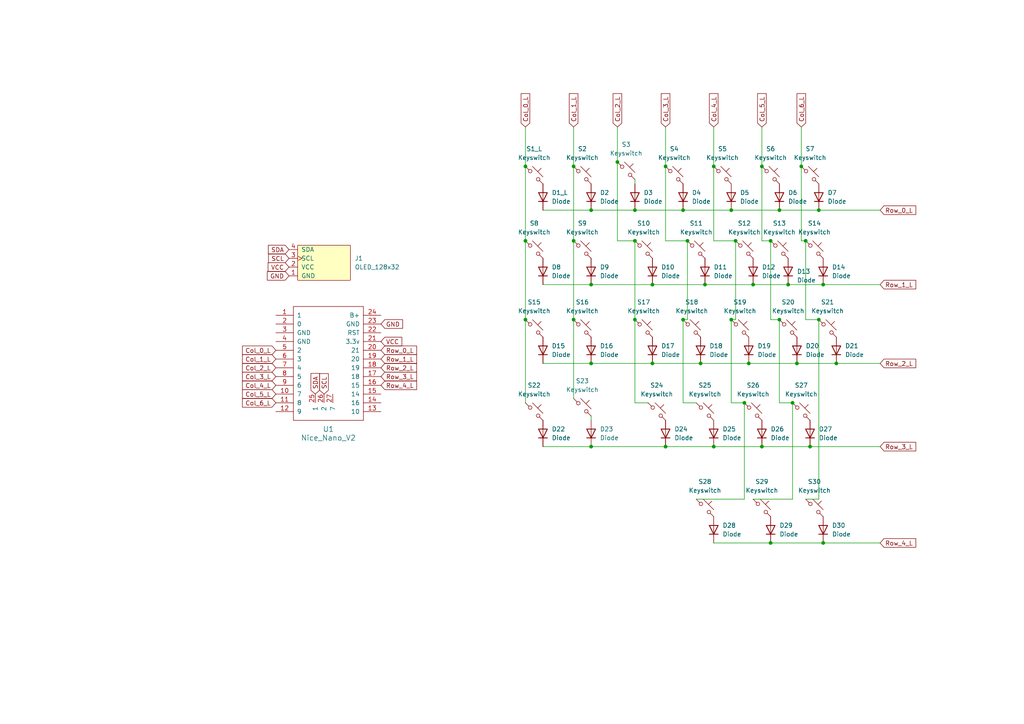
<source format=kicad_sch>
(kicad_sch (version 20250114) (generator "eeschema") (generator_version "9.0")
  (paper "A4")
  (lib_symbols
    (symbol "ScottoKeebs:MCU_Nice_Nano_V2" (pin_names (offset 1.016))
      (property "Reference" "U" (at 0 0 0))
      (property "Value" "Nice_Nano_V2" (at 0 -19.05 0))
      (symbol "MCU_Nice_Nano_V2_0_1"
        (rectangle (start -10.16 16.51) (end 10.16 -16.51))
      )
      (symbol "MCU_Nice_Nano_V2_1_1"
        (pin input line (at -15.24 13.97 0) (length 5.08) (name "1") (number "1"))
        (pin input line (at -15.24 11.43 0) (length 5.08) (name "0") (number "2"))
        (pin input line (at -15.24 8.89 0) (length 5.08) (name "GND") (number "3"))
        (pin input line (at -15.24 6.35 0) (length 5.08) (name "GND") (number "4"))
        (pin input line (at -15.24 3.81 0) (length 5.08) (name "2") (number "5"))
        (pin input line (at -15.24 1.27 0) (length 5.08) (name "3") (number "6"))
        (pin input line (at -15.24 -1.27 0) (length 5.08) (name "4") (number "7"))
        (pin input line (at -15.24 -3.81 0) (length 5.08) (name "5") (number "8"))
        (pin input line (at -15.24 -6.35 0) (length 5.08) (name "6") (number "9"))
        (pin input line (at -15.24 -8.89 0) (length 5.08) (name "7") (number "10"))
        (pin input line (at -15.24 -11.43 0) (length 5.08) (name "8") (number "11"))
        (pin input line (at -15.24 -13.97 0) (length 5.08) (name "9") (number "12"))
        (pin input line (at -3.81 -8.89 270) (length 2.5) (name "1") (number "25"))
        (pin input line (at -1.27 -8.89 270) (length 2.5) (name "2") (number "26"))
        (pin input line (at 1.27 -8.89 270) (length 2.5) (name "7") (number "27"))
        (pin input line (at 15.24 13.97 180) (length 5.08) (name "B+") (number "24"))
        (pin input line (at 15.24 11.43 180) (length 5.08) (name "GND") (number "23"))
        (pin input line (at 15.24 8.89 180) (length 5.08) (name "RST") (number "22"))
        (pin input line (at 15.24 6.35 180) (length 5.08) (name "3.3v") (number "21"))
        (pin input line (at 15.24 3.81 180) (length 5.08) (name "21") (number "20"))
        (pin input line (at 15.24 1.27 180) (length 5.08) (name "20") (number "19"))
        (pin input line (at 15.24 -1.27 180) (length 5.08) (name "19") (number "18"))
        (pin input line (at 15.24 -3.81 180) (length 5.08) (name "18") (number "17"))
        (pin input line (at 15.24 -6.35 180) (length 5.08) (name "15") (number "16"))
        (pin input line (at 15.24 -8.89 180) (length 5.08) (name "14") (number "15"))
        (pin input line (at 15.24 -11.43 180) (length 5.08) (name "16") (number "14"))
        (pin input line (at 15.24 -13.97 180) (length 5.08) (name "10") (number "13"))
      )
    )
    (symbol "ScottoKeebs:OLED_128x32" (pin_names (offset 1.016))
      (property "Reference" "J" (at 0 -6.35 0))
      (property "Value" "OLED_128x32" (at 0 6.35 0))
      (symbol "OLED_128x32_0_1"
        (rectangle (start 0 5.08) (end 15.24 -5.08) (fill (type background)))
      )
      (symbol "OLED_128x32_1_1"
        (pin bidirectional line (at -2.54 3.81 0) (length 2.54) (name "SDA") (number "4"))
        (pin input clock (at -2.54 1.27 0) (length 2.54) (name "SCL") (number "3"))
        (pin power_in line (at -2.54 -1.27 0) (length 2.54) (name "VCC") (number "2"))
        (pin power_in line (at -2.54 -3.81 0) (length 2.54) (name "GND") (number "1"))
      )
    )
    (symbol "ScottoKeebs:Placeholder_Diode" (pin_numbers (hide yes)) (pin_names (hide yes))
      (property "Reference" "D" (at 0 2.54 0))
      (property "Value" "Diode" (at 0 -2.54 0))
      (symbol "Placeholder_Diode_0_1"
        (polyline (pts (xy -1.27 1.27) (xy -1.27 -1.27)) (stroke (width 0.254)))
        (polyline (pts (xy 1.27 1.27) (xy 1.27 -1.27) (xy -1.27 0) (xy 1.27 1.27)) (stroke (width 0.254)))
        (polyline (pts (xy 1.27 0) (xy -1.27 0)))
      )
      (symbol "Placeholder_Diode_1_1"
        (pin passive line (at -3.81 0 0) (length 2.54) (name "K") (number "1"))
        (pin passive line (at 3.81 0 180) (length 2.54) (name "A") (number "2"))
      )
    )
    (symbol "ScottoKeebs:Placeholder_Keyswitch" (pin_numbers (hide yes)) (pin_names (offset 1.016) (hide yes))
      (property "Reference" "S" (at 3.048 1.016 0))
      (property "Value" "Keyswitch" (at 0 -3.81 0))
      (symbol "Placeholder_Keyswitch_0_1"
        (polyline (pts (xy -2.54 2.54) (xy -1.524 1.524) (xy -1.524 1.524)))
        (circle (center -1.1684 1.1684) (radius 0.508))
        (polyline (pts (xy -0.508 2.54) (xy 2.54 -0.508)))
        (polyline (pts (xy 1.016 1.016) (xy 2.032 2.032)))
        (circle (center 1.143 -1.1938) (radius 0.508))
        (polyline (pts (xy 1.524 -1.524) (xy 2.54 -2.54) (xy 2.54 -2.54) (xy 2.54 -2.54)))
        (pin passive line (at -2.54 2.54 0) (length 0) (name "1") (number "1"))
        (pin passive line (at 2.54 -2.54 180) (length 0) (name "2") (number "2"))
      )
    )
  )
  (junction (at 217.17 105.41))
  (junction (at 212.09 60.96))
  (junction (at 233.68 69.85))
  (junction (at 238.76 82.55))
  (junction (at 184.15 60.96))
  (junction (at 218.44 82.55))
  (junction (at 166.37 92.71))
  (junction (at 152.4 69.85))
  (junction (at 213.36 69.85))
  (junction (at 203.2 105.41))
  (junction (at 223.52 157.48))
  (junction (at 229.87 116.84))
  (junction (at 189.23 82.55))
  (junction (at 223.52 69.85))
  (junction (at 204.47 82.55))
  (junction (at 184.15 69.85))
  (junction (at 232.41 48.26))
  (junction (at 226.06 60.96))
  (junction (at 171.45 105.41))
  (junction (at 184.15 92.71))
  (junction (at 199.39 69.85))
  (junction (at 166.37 48.26))
  (junction (at 231.14 105.41))
  (junction (at 193.04 129.54))
  (junction (at 237.49 60.96))
  (junction (at 237.49 92.71))
  (junction (at 220.98 48.26))
  (junction (at 238.76 157.48))
  (junction (at 171.45 129.54))
  (junction (at 189.23 105.41))
  (junction (at 171.45 82.55))
  (junction (at 234.95 129.54))
  (junction (at 152.4 92.71))
  (junction (at 207.01 48.26))
  (junction (at 198.12 92.71))
  (junction (at 228.6 82.55))
  (junction (at 226.06 92.71))
  (junction (at 207.01 129.54))
  (junction (at 179.07 46.99))
  (junction (at 193.04 48.26))
  (junction (at 171.45 60.96))
  (junction (at 152.4 48.26))
  (junction (at 215.9 116.84))
  (junction (at 220.98 129.54))
  (junction (at 212.09 92.71))
  (junction (at 242.57 105.41))
  (junction (at 198.12 60.96))
  (junction (at 166.37 69.85))
  (wire (pts (xy 193.04 129.54) (xy 207.01 129.54)))
  (wire (pts (xy 237.49 144.78) (xy 233.68 144.78)))
  (wire (pts (xy 231.14 105.41) (xy 242.57 105.41)))
  (wire (pts (xy 237.49 92.71) (xy 237.49 144.78)))
  (wire (pts (xy 212.09 116.84) (xy 215.9 116.84)))
  (wire (pts (xy 171.45 121.92) (xy 171.45 120.65)))
  (wire (pts (xy 179.07 36.83) (xy 179.07 46.99)))
  (wire (pts (xy 212.09 60.96) (xy 226.06 60.96)))
  (wire (pts (xy 171.45 60.96) (xy 184.15 60.96)))
  (wire (pts (xy 220.98 48.26) (xy 220.98 69.85)))
  (wire (pts (xy 232.41 36.83) (xy 232.41 48.26)))
  (wire (pts (xy 207.01 129.54) (xy 220.98 129.54)))
  (wire (pts (xy 207.01 69.85) (xy 213.36 69.85)))
  (wire (pts (xy 242.57 105.41) (xy 255.27 105.41)))
  (wire (pts (xy 207.01 48.26) (xy 207.01 69.85)))
  (wire (pts (xy 220.98 129.54) (xy 234.95 129.54)))
  (wire (pts (xy 223.52 157.48) (xy 238.76 157.48)))
  (wire (pts (xy 226.06 116.84) (xy 229.87 116.84)))
  (wire (pts (xy 233.68 69.85) (xy 233.68 92.71)))
  (wire (pts (xy 157.48 129.54) (xy 171.45 129.54)))
  (wire (pts (xy 184.15 53.34) (xy 184.15 52.07)))
  (wire (pts (xy 199.39 69.85) (xy 199.39 92.71)))
  (wire (pts (xy 184.15 69.85) (xy 184.15 92.71)))
  (wire (pts (xy 212.09 92.71) (xy 212.09 116.84)))
  (wire (pts (xy 198.12 116.84) (xy 201.93 116.84)))
  (wire (pts (xy 189.23 82.55) (xy 204.47 82.55)))
  (wire (pts (xy 233.68 92.71) (xy 237.49 92.71)))
  (wire (pts (xy 213.36 92.71) (xy 212.09 92.71)))
  (wire (pts (xy 152.4 69.85) (xy 152.4 92.71)))
  (wire (pts (xy 229.87 116.84) (xy 229.87 144.78)))
  (wire (pts (xy 203.2 105.41) (xy 217.17 105.41)))
  (wire (pts (xy 184.15 116.84) (xy 187.96 116.84)))
  (wire (pts (xy 157.48 60.96) (xy 171.45 60.96)))
  (wire (pts (xy 184.15 92.71) (xy 184.15 116.84)))
  (wire (pts (xy 232.41 48.26) (xy 232.41 69.85)))
  (wire (pts (xy 193.04 48.26) (xy 193.04 69.85)))
  (wire (pts (xy 207.01 36.83) (xy 207.01 48.26)))
  (wire (pts (xy 193.04 69.85) (xy 199.39 69.85)))
  (wire (pts (xy 226.06 92.71) (xy 226.06 116.84)))
  (wire (pts (xy 171.45 82.55) (xy 189.23 82.55)))
  (wire (pts (xy 226.06 60.96) (xy 237.49 60.96)))
  (wire (pts (xy 234.95 129.54) (xy 255.27 129.54)))
  (wire (pts (xy 220.98 69.85) (xy 223.52 69.85)))
  (wire (pts (xy 166.37 48.26) (xy 166.37 69.85)))
  (wire (pts (xy 238.76 157.48) (xy 255.27 157.48)))
  (wire (pts (xy 215.9 116.84) (xy 215.9 144.78)))
  (wire (pts (xy 157.48 82.55) (xy 171.45 82.55)))
  (wire (pts (xy 232.41 69.85) (xy 233.68 69.85)))
  (wire (pts (xy 193.04 36.83) (xy 193.04 48.26)))
  (wire (pts (xy 213.36 69.85) (xy 213.36 92.71)))
  (wire (pts (xy 223.52 69.85) (xy 223.52 92.71)))
  (wire (pts (xy 198.12 60.96) (xy 212.09 60.96)))
  (wire (pts (xy 166.37 92.71) (xy 166.37 115.57)))
  (wire (pts (xy 220.98 36.83) (xy 220.98 48.26)))
  (wire (pts (xy 179.07 69.85) (xy 184.15 69.85)))
  (wire (pts (xy 166.37 36.83) (xy 166.37 48.26)))
  (wire (pts (xy 171.45 129.54) (xy 193.04 129.54)))
  (wire (pts (xy 198.12 92.71) (xy 198.12 116.84)))
  (wire (pts (xy 215.9 144.78) (xy 201.93 144.78)))
  (wire (pts (xy 171.45 105.41) (xy 189.23 105.41)))
  (wire (pts (xy 228.6 82.55) (xy 238.76 82.55)))
  (wire (pts (xy 217.17 105.41) (xy 231.14 105.41)))
  (wire (pts (xy 223.52 92.71) (xy 226.06 92.71)))
  (wire (pts (xy 199.39 92.71) (xy 198.12 92.71)))
  (wire (pts (xy 152.4 48.26) (xy 152.4 69.85)))
  (wire (pts (xy 166.37 69.85) (xy 166.37 92.71)))
  (wire (pts (xy 238.76 82.55) (xy 255.27 82.55)))
  (wire (pts (xy 204.47 82.55) (xy 218.44 82.55)))
  (wire (pts (xy 207.01 157.48) (xy 223.52 157.48)))
  (wire (pts (xy 189.23 105.41) (xy 203.2 105.41)))
  (wire (pts (xy 184.15 60.96) (xy 198.12 60.96)))
  (wire (pts (xy 229.87 144.78) (xy 218.44 144.78)))
  (wire (pts (xy 157.48 105.41) (xy 171.45 105.41)))
  (wire (pts (xy 237.49 60.96) (xy 255.27 60.96)))
  (wire (pts (xy 218.44 82.55) (xy 228.6 82.55)))
  (wire (pts (xy 152.4 36.83) (xy 152.4 48.26)))
  (wire (pts (xy 152.4 92.71) (xy 152.4 116.84)))
  (wire (pts (xy 179.07 46.99) (xy 179.07 69.85)))
  (global_label "Row_0_L" (shape input) (at 255.27 60.96 0) (property "Intersheetrefs" "${INTERSHEET_REFS}" (effects (hide yes))))
  (global_label "GND" (shape input) (at 110.49 93.98 0) (property "Intersheetrefs" "${INTERSHEET_REFS}" (effects (hide yes))))
  (global_label "Col_3_L" (shape input) (at 80.01 109.22 180) (property "Intersheetrefs" "${INTERSHEET_REFS}" (effects (hide yes))))
  (global_label "Col_1_L" (shape input) (at 166.37 36.83 90) (property "Intersheetrefs" "${INTERSHEET_REFS}" (effects (hide yes))))
  (global_label "Col_0_L" (shape input) (at 152.4 36.83 90) (property "Intersheetrefs" "${INTERSHEET_REFS}" (effects (hide yes))))
  (global_label "SCL" (shape input) (at 83.82 74.93 180) (property "Intersheetrefs" "${INTERSHEET_REFS}" (effects (hide yes))))
  (global_label "Row_3_L" (shape input) (at 255.27 129.54 0) (property "Intersheetrefs" "${INTERSHEET_REFS}" (effects (hide yes))))
  (global_label "Col_4_L" (shape input) (at 207.01 36.83 90) (property "Intersheetrefs" "${INTERSHEET_REFS}" (effects (hide yes))))
  (global_label "Row_2_L" (shape input) (at 255.27 105.41 0) (property "Intersheetrefs" "${INTERSHEET_REFS}" (effects (hide yes))))
  (global_label "SDA" (shape input) (at 83.82 72.39 180) (property "Intersheetrefs" "${INTERSHEET_REFS}" (effects (hide yes))))
  (global_label "Row_4_L" (shape input) (at 110.49 111.76 0) (property "Intersheetrefs" "${INTERSHEET_REFS}" (effects (hide yes))))
  (global_label "Col_5_L" (shape input) (at 220.98 36.83 90) (property "Intersheetrefs" "${INTERSHEET_REFS}" (effects (hide yes))))
  (global_label "Col_2_L" (shape input) (at 80.01 106.68 180) (property "Intersheetrefs" "${INTERSHEET_REFS}" (effects (hide yes))))
  (global_label "Col_5_L" (shape input) (at 80.01 114.3 180) (property "Intersheetrefs" "${INTERSHEET_REFS}" (effects (hide yes))))
  (global_label "VCC" (shape input) (at 110.49 99.06 0) (property "Intersheetrefs" "${INTERSHEET_REFS}" (effects (hide yes))))
  (global_label "Row_4_L" (shape input) (at 255.27 157.48 0) (property "Intersheetrefs" "${INTERSHEET_REFS}" (effects (hide yes))))
  (global_label "Col_4_L" (shape input) (at 80.01 111.76 180) (property "Intersheetrefs" "${INTERSHEET_REFS}" (effects (hide yes))))
  (global_label "Col_2_L" (shape input) (at 179.07 36.83 90) (property "Intersheetrefs" "${INTERSHEET_REFS}" (effects (hide yes))))
  (global_label "Col_1_L" (shape input) (at 80.01 104.14 180) (property "Intersheetrefs" "${INTERSHEET_REFS}" (effects (hide yes))))
  (global_label "SCL" (shape input) (at 93.98 114.3 90) (property "Intersheetrefs" "${INTERSHEET_REFS}" (effects (hide yes))))
  (global_label "SDA" (shape input) (at 91.44 114.3 90) (property "Intersheetrefs" "${INTERSHEET_REFS}" (effects (hide yes))))
  (global_label "GND" (shape input) (at 83.82 80.01 180) (property "Intersheetrefs" "${INTERSHEET_REFS}" (effects (hide yes))))
  (global_label "VCC" (shape input) (at 83.82 77.47 180) (property "Intersheetrefs" "${INTERSHEET_REFS}" (effects (hide yes))))
  (global_label "Row_1_L" (shape input) (at 255.27 82.55 0) (property "Intersheetrefs" "${INTERSHEET_REFS}" (effects (hide yes))))
  (global_label "Row_3_L" (shape input) (at 110.49 109.22 0) (property "Intersheetrefs" "${INTERSHEET_REFS}" (effects (hide yes))))
  (global_label "Row_0_L" (shape input) (at 110.49 101.6 0) (property "Intersheetrefs" "${INTERSHEET_REFS}" (effects (hide yes))))
  (global_label "Col_6_L" (shape input) (at 80.01 116.84 180) (property "Intersheetrefs" "${INTERSHEET_REFS}" (effects (hide yes))))
  (global_label "Col_3_L" (shape input) (at 193.04 36.83 90) (property "Intersheetrefs" "${INTERSHEET_REFS}" (effects (hide yes))))
  (global_label "Col_6_L" (shape input) (at 232.41 36.83 90) (property "Intersheetrefs" "${INTERSHEET_REFS}" (effects (hide yes))))
  (global_label "Row_2_L" (shape input) (at 110.49 106.68 0) (property "Intersheetrefs" "${INTERSHEET_REFS}" (effects (hide yes))))
  (global_label "Col_0_L" (shape input) (at 80.01 101.6 180) (property "Intersheetrefs" "${INTERSHEET_REFS}" (effects (hide yes))))
  (global_label "Row_1_L" (shape input) (at 110.49 104.14 0) (property "Intersheetrefs" "${INTERSHEET_REFS}" (effects (hide yes))))
  (symbol (lib_id "ScottoKeebs:Placeholder_Keyswitch") (at 223.52 50.8 0) (unit 1)
    (property "Reference" "S6" (at 223.52 43.18 0))
    (property "Value" "Keyswitch" (at 223.52 45.72 0))
    (property "Footprint" "ScottoKeebs_Choc:Choc_V2" (effects (hide yes)))
    (property "Description" "Push button switch, normally open, two pins, 45° tilted" (effects (hide yes)))
  )
  (symbol (lib_id "ScottoKeebs:Placeholder_Keyswitch") (at 218.44 119.38 0) (unit 1)
    (property "Reference" "S26" (at 218.44 111.76 0))
    (property "Value" "Keyswitch" (at 218.44 114.3 0))
    (property "Footprint" "ScottoKeebs_Choc:Choc_V2" (effects (hide yes)))
    (property "Description" "Push button switch, normally open, two pins, 45° tilted" (effects (hide yes)))
  )
  (symbol (lib_id "ScottoKeebs:Placeholder_Diode") (at 189.23 78.74 90) (unit 1)
    (property "Reference" "D10" (at 191.77 77.4699 90) (effects (justify right)))
    (property "Value" "Diode" (at 191.77 80.0099 90) (effects (justify right)))
    (property "Footprint" "Diode_SMD:D_SOD-123" (effects (hide yes)))
    (property "Description" "1N4148 (DO-35) or 1N4148W (SOD-123)" (effects (hide yes)))
    (property "Sim.Device" "D" (effects (hide yes)))
    (property "Sim.Pins" "1=K 2=A" (effects (hide yes)))
  )
  (symbol (lib_id "ScottoKeebs:Placeholder_Keyswitch") (at 154.94 72.39 0) (unit 1)
    (property "Reference" "S8" (at 154.94 64.77 0))
    (property "Value" "Keyswitch" (at 154.94 67.31 0))
    (property "Footprint" "ScottoKeebs_Choc:Choc_V2" (effects (hide yes)))
    (property "Description" "Push button switch, normally open, two pins, 45° tilted" (effects (hide yes)))
  )
  (symbol (lib_id "ScottoKeebs:Placeholder_Keyswitch") (at 204.47 119.38 0) (unit 1)
    (property "Reference" "S25" (at 204.47 111.76 0))
    (property "Value" "Keyswitch" (at 204.47 114.3 0))
    (property "Footprint" "ScottoKeebs_Choc:Choc_V2" (effects (hide yes)))
    (property "Description" "Push button switch, normally open, two pins, 45° tilted" (effects (hide yes)))
  )
  (symbol (lib_id "ScottoKeebs:Placeholder_Keyswitch") (at 232.41 119.38 0) (unit 1)
    (property "Reference" "S27" (at 232.41 111.76 0))
    (property "Value" "Keyswitch" (at 232.41 114.3 0))
    (property "Footprint" "ScottoKeebs_Choc:Choc_V2" (effects (hide yes)))
    (property "Description" "Push button switch, normally open, two pins, 45° tilted" (effects (hide yes)))
  )
  (symbol (lib_id "ScottoKeebs:Placeholder_Keyswitch") (at 154.94 119.38 0) (unit 1)
    (property "Reference" "S22" (at 154.94 111.76 0))
    (property "Value" "Keyswitch" (at 154.94 114.3 0))
    (property "Footprint" "ScottoKeebs_Choc:Choc_V2" (effects (hide yes)))
    (property "Description" "Push button switch, normally open, two pins, 45° tilted" (effects (hide yes)))
  )
  (symbol (lib_id "ScottoKeebs:Placeholder_Diode") (at 203.2 101.6 90) (unit 1)
    (property "Reference" "D18" (at 205.74 100.3299 90) (effects (justify right)))
    (property "Value" "Diode" (at 205.74 102.8699 90) (effects (justify right)))
    (property "Footprint" "Diode_SMD:D_SOD-123" (effects (hide yes)))
    (property "Description" "1N4148 (DO-35) or 1N4148W (SOD-123)" (effects (hide yes)))
    (property "Sim.Device" "D" (effects (hide yes)))
    (property "Sim.Pins" "1=K 2=A" (effects (hide yes)))
  )
  (symbol (lib_id "ScottoKeebs:Placeholder_Keyswitch") (at 228.6 95.25 0) (unit 1)
    (property "Reference" "S20" (at 228.6 87.63 0))
    (property "Value" "Keyswitch" (at 228.6 90.17 0))
    (property "Footprint" "ScottoKeebs_Choc:Choc_V2" (effects (hide yes)))
    (property "Description" "Push button switch, normally open, two pins, 45° tilted" (effects (hide yes)))
  )
  (symbol (lib_id "ScottoKeebs:Placeholder_Keyswitch") (at 168.91 95.25 0) (unit 1)
    (property "Reference" "S16" (at 168.91 87.63 0))
    (property "Value" "Keyswitch" (at 168.91 90.17 0))
    (property "Footprint" "ScottoKeebs_Choc:Choc_V2" (effects (hide yes)))
    (property "Description" "Push button switch, normally open, two pins, 45° tilted" (effects (hide yes)))
  )
  (symbol (lib_id "ScottoKeebs:Placeholder_Keyswitch") (at 204.47 147.32 0) (unit 1)
    (property "Reference" "S28" (at 204.47 139.7 0))
    (property "Value" "Keyswitch" (at 204.47 142.24 0))
    (property "Footprint" "ScottoKeebs_Choc:Choc_V2" (effects (hide yes)))
    (property "Description" "Push button switch, normally open, two pins, 45° tilted" (effects (hide yes)))
  )
  (symbol (lib_id "ScottoKeebs:Placeholder_Diode") (at 204.47 78.74 90) (unit 1)
    (property "Reference" "D11" (at 207.01 77.4699 90) (effects (justify right)))
    (property "Value" "Diode" (at 207.01 80.0099 90) (effects (justify right)))
    (property "Footprint" "Diode_SMD:D_SOD-123" (effects (hide yes)))
    (property "Description" "1N4148 (DO-35) or 1N4148W (SOD-123)" (effects (hide yes)))
    (property "Sim.Device" "D" (effects (hide yes)))
    (property "Sim.Pins" "1=K 2=A" (effects (hide yes)))
  )
  (symbol (lib_id "ScottoKeebs:Placeholder_Keyswitch") (at 201.93 72.39 0) (unit 1)
    (property "Reference" "S11" (at 201.93 64.77 0))
    (property "Value" "Keyswitch" (at 201.93 67.31 0))
    (property "Footprint" "ScottoKeebs_Choc:Choc_V2" (effects (hide yes)))
    (property "Description" "Push button switch, normally open, two pins, 45° tilted" (effects (hide yes)))
  )
  (symbol (lib_id "ScottoKeebs:Placeholder_Diode") (at 184.15 57.15 90) (unit 1)
    (property "Reference" "D3" (at 186.69 55.8799 90) (effects (justify right)))
    (property "Value" "Diode" (at 186.69 58.4199 90) (effects (justify right)))
    (property "Footprint" "Diode_SMD:D_SOD-123" (effects (hide yes)))
    (property "Description" "1N4148 (DO-35) or 1N4148W (SOD-123)" (effects (hide yes)))
    (property "Sim.Device" "D" (effects (hide yes)))
    (property "Sim.Pins" "1=K 2=A" (effects (hide yes)))
  )
  (symbol (lib_id "ScottoKeebs:Placeholder_Keyswitch") (at 200.66 95.25 0) (unit 1)
    (property "Reference" "S18" (at 200.66 87.63 0))
    (property "Value" "Keyswitch" (at 200.66 90.17 0))
    (property "Footprint" "ScottoKeebs_Choc:Choc_V2" (effects (hide yes)))
    (property "Description" "Push button switch, normally open, two pins, 45° tilted" (effects (hide yes)))
  )
  (symbol (lib_id "ScottoKeebs:Placeholder_Keyswitch") (at 168.91 50.8 0) (unit 1)
    (property "Reference" "S2" (at 168.91 43.18 0))
    (property "Value" "Keyswitch" (at 168.91 45.72 0))
    (property "Footprint" "ScottoKeebs_Choc:Choc_V2" (effects (hide yes)))
    (property "Description" "Push button switch, normally open, two pins, 45° tilted" (effects (hide yes)))
  )
  (symbol (lib_id "ScottoKeebs:Placeholder_Keyswitch") (at 209.55 50.8 0) (unit 1)
    (property "Reference" "S5" (at 209.55 43.18 0))
    (property "Value" "Keyswitch" (at 209.55 45.72 0))
    (property "Footprint" "ScottoKeebs_Choc:Choc_V2" (effects (hide yes)))
    (property "Description" "Push button switch, normally open, two pins, 45° tilted" (effects (hide yes)))
  )
  (symbol (lib_id "ScottoKeebs:Placeholder_Keyswitch") (at 236.22 72.39 0) (unit 1)
    (property "Reference" "S14" (at 236.22 64.77 0))
    (property "Value" "Keyswitch" (at 236.22 67.31 0))
    (property "Footprint" "ScottoKeebs_Choc:Choc_V2" (effects (hide yes)))
    (property "Description" "Push button switch, normally open, two pins, 45° tilted" (effects (hide yes)))
  )
  (symbol (lib_id "ScottoKeebs:OLED_128x32") (at 86.36 76.2 0) (unit 1)
    (property "Reference" "J1" (at 102.87 74.9299 0) (effects (justify left)))
    (property "Value" "OLED_128x32" (at 102.87 77.4699 0) (effects (justify left)))
    (property "Footprint" "ScottoKeebs_Components:OLED_128x32" (effects (hide yes)))
  )
  (symbol (lib_id "ScottoKeebs:Placeholder_Diode") (at 223.52 153.67 90) (unit 1)
    (property "Reference" "D29" (at 226.06 152.3999 90) (effects (justify right)))
    (property "Value" "Diode" (at 226.06 154.9399 90) (effects (justify right)))
    (property "Footprint" "Diode_SMD:D_SOD-123" (effects (hide yes)))
    (property "Description" "1N4148 (DO-35) or 1N4148W (SOD-123)" (effects (hide yes)))
    (property "Sim.Device" "D" (effects (hide yes)))
    (property "Sim.Pins" "1=K 2=A" (effects (hide yes)))
  )
  (symbol (lib_id "ScottoKeebs:Placeholder_Keyswitch") (at 234.95 50.8 0) (unit 1)
    (property "Reference" "S7" (at 234.95 43.18 0))
    (property "Value" "Keyswitch" (at 234.95 45.72 0))
    (property "Footprint" "ScottoKeebs_Choc:Choc_V2" (effects (hide yes)))
    (property "Description" "Push button switch, normally open, two pins, 45° tilted" (effects (hide yes)))
  )
  (symbol (lib_id "ScottoKeebs:Placeholder_Diode") (at 226.06 57.15 90) (unit 1)
    (property "Reference" "D6" (at 228.6 55.8799 90) (effects (justify right)))
    (property "Value" "Diode" (at 228.6 58.4199 90) (effects (justify right)))
    (property "Footprint" "Diode_SMD:D_SOD-123" (effects (hide yes)))
    (property "Description" "1N4148 (DO-35) or 1N4148W (SOD-123)" (effects (hide yes)))
    (property "Sim.Device" "D" (effects (hide yes)))
    (property "Sim.Pins" "1=K 2=A" (effects (hide yes)))
  )
  (symbol (lib_id "ScottoKeebs:Placeholder_Keyswitch") (at 186.69 72.39 0) (unit 1)
    (property "Reference" "S10" (at 186.69 64.77 0))
    (property "Value" "Keyswitch" (at 186.69 67.31 0))
    (property "Footprint" "ScottoKeebs_Choc:Choc_V2" (effects (hide yes)))
    (property "Description" "Push button switch, normally open, two pins, 45° tilted" (effects (hide yes)))
  )
  (symbol (lib_id "ScottoKeebs:Placeholder_Diode") (at 242.57 101.6 90) (unit 1)
    (property "Reference" "D21" (at 245.11 100.3299 90) (effects (justify right)))
    (property "Value" "Diode" (at 245.11 102.8699 90) (effects (justify right)))
    (property "Footprint" "Diode_SMD:D_SOD-123" (effects (hide yes)))
    (property "Description" "1N4148 (DO-35) or 1N4148W (SOD-123)" (effects (hide yes)))
    (property "Sim.Device" "D" (effects (hide yes)))
    (property "Sim.Pins" "1=K 2=A" (effects (hide yes)))
  )
  (symbol (lib_id "ScottoKeebs:Placeholder_Keyswitch") (at 215.9 72.39 0) (unit 1)
    (property "Reference" "S12" (at 215.9 64.77 0))
    (property "Value" "Keyswitch" (at 215.9 67.31 0))
    (property "Footprint" "ScottoKeebs_Choc:Choc_V2" (effects (hide yes)))
    (property "Description" "Push button switch, normally open, two pins, 45° tilted" (effects (hide yes)))
  )
  (symbol (lib_id "ScottoKeebs:Placeholder_Keyswitch") (at 214.63 95.25 0) (unit 1)
    (property "Reference" "S19" (at 214.63 87.63 0))
    (property "Value" "Keyswitch" (at 214.63 90.17 0))
    (property "Footprint" "ScottoKeebs_Choc:Choc_V2" (effects (hide yes)))
    (property "Description" "Push button switch, normally open, two pins, 45° tilted" (effects (hide yes)))
  )
  (symbol (lib_id "ScottoKeebs:Placeholder_Diode") (at 198.12 57.15 90) (unit 1)
    (property "Reference" "D4" (at 200.66 55.8799 90) (effects (justify right)))
    (property "Value" "Diode" (at 200.66 58.4199 90) (effects (justify right)))
    (property "Footprint" "Diode_SMD:D_SOD-123" (effects (hide yes)))
    (property "Description" "1N4148 (DO-35) or 1N4148W (SOD-123)" (effects (hide yes)))
    (property "Sim.Device" "D" (effects (hide yes)))
    (property "Sim.Pins" "1=K 2=A" (effects (hide yes)))
  )
  (symbol (lib_id "ScottoKeebs:Placeholder_Keyswitch") (at 181.61 49.53 0) (unit 1)
    (property "Reference" "S3" (at 181.61 41.91 0))
    (property "Value" "Keyswitch" (at 181.61 44.45 0))
    (property "Footprint" "ScottoKeebs_Choc:Choc_V2" (effects (hide yes)))
    (property "Description" "Push button switch, normally open, two pins, 45° tilted" (effects (hide yes)))
  )
  (symbol (lib_id "ScottoKeebs:Placeholder_Diode") (at 171.45 57.15 90) (unit 1)
    (property "Reference" "D2" (at 173.99 55.8799 90) (effects (justify right)))
    (property "Value" "Diode" (at 173.99 58.4199 90) (effects (justify right)))
    (property "Footprint" "Diode_SMD:D_SOD-123" (effects (hide yes)))
    (property "Description" "1N4148 (DO-35) or 1N4148W (SOD-123)" (effects (hide yes)))
    (property "Sim.Device" "D" (effects (hide yes)))
    (property "Sim.Pins" "1=K 2=A" (effects (hide yes)))
  )
  (symbol (lib_id "ScottoKeebs:Placeholder_Keyswitch") (at 195.58 50.8 0) (unit 1)
    (property "Reference" "S4" (at 195.58 43.18 0))
    (property "Value" "Keyswitch" (at 195.58 45.72 0))
    (property "Footprint" "ScottoKeebs_Choc:Choc_V2" (effects (hide yes)))
    (property "Description" "Push button switch, normally open, two pins, 45° tilted" (effects (hide yes)))
  )
  (symbol (lib_id "ScottoKeebs:Placeholder_Keyswitch") (at 190.5 119.38 0) (unit 1)
    (property "Reference" "S24" (at 190.5 111.76 0))
    (property "Value" "Keyswitch" (at 190.5 114.3 0))
    (property "Footprint" "ScottoKeebs_Choc:Choc_V2" (effects (hide yes)))
    (property "Description" "Push button switch, normally open, two pins, 45° tilted" (effects (hide yes)))
  )
  (symbol (lib_id "ScottoKeebs:Placeholder_Keyswitch") (at 186.69 95.25 0) (unit 1)
    (property "Reference" "S17" (at 186.69 87.63 0))
    (property "Value" "Keyswitch" (at 186.69 90.17 0))
    (property "Footprint" "ScottoKeebs_Choc:Choc_V2" (effects (hide yes)))
    (property "Description" "Push button switch, normally open, two pins, 45° tilted" (effects (hide yes)))
  )
  (symbol (lib_id "ScottoKeebs:Placeholder_Diode") (at 212.09 57.15 90) (unit 1)
    (property "Reference" "D5" (at 214.63 55.8799 90) (effects (justify right)))
    (property "Value" "Diode" (at 214.63 58.4199 90) (effects (justify right)))
    (property "Footprint" "Diode_SMD:D_SOD-123" (effects (hide yes)))
    (property "Description" "1N4148 (DO-35) or 1N4148W (SOD-123)" (effects (hide yes)))
    (property "Sim.Device" "D" (effects (hide yes)))
    (property "Sim.Pins" "1=K 2=A" (effects (hide yes)))
  )
  (symbol (lib_id "ScottoKeebs:Placeholder_Diode") (at 238.76 78.74 90) (unit 1)
    (property "Reference" "D14" (at 241.3 77.4699 90) (effects (justify right)))
    (property "Value" "Diode" (at 241.3 80.0099 90) (effects (justify right)))
    (property "Footprint" "Diode_SMD:D_SOD-123" (effects (hide yes)))
    (property "Description" "1N4148 (DO-35) or 1N4148W (SOD-123)" (effects (hide yes)))
    (property "Sim.Device" "D" (effects (hide yes)))
    (property "Sim.Pins" "1=K 2=A" (effects (hide yes)))
  )
  (symbol (lib_id "ScottoKeebs:Placeholder_Diode") (at 157.48 78.74 90) (unit 1)
    (property "Reference" "D8" (at 160.02 77.4699 90) (effects (justify right)))
    (property "Value" "Diode" (at 160.02 80.0099 90) (effects (justify right)))
    (property "Footprint" "Diode_SMD:D_SOD-123" (effects (hide yes)))
    (property "Description" "1N4148 (DO-35) or 1N4148W (SOD-123)" (effects (hide yes)))
    (property "Sim.Device" "D" (effects (hide yes)))
    (property "Sim.Pins" "1=K 2=A" (effects (hide yes)))
  )
  (symbol (lib_id "ScottoKeebs:Placeholder_Diode") (at 193.04 125.73 90) (unit 1)
    (property "Reference" "D24" (at 195.58 124.4599 90) (effects (justify right)))
    (property "Value" "Diode" (at 195.58 126.9999 90) (effects (justify right)))
    (property "Footprint" "Diode_SMD:D_SOD-123" (effects (hide yes)))
    (property "Description" "1N4148 (DO-35) or 1N4148W (SOD-123)" (effects (hide yes)))
    (property "Sim.Device" "D" (effects (hide yes)))
    (property "Sim.Pins" "1=K 2=A" (effects (hide yes)))
  )
  (symbol (lib_id "ScottoKeebs:Placeholder_Diode") (at 171.45 125.73 90) (unit 1)
    (property "Reference" "D23" (at 173.99 124.4599 90) (effects (justify right)))
    (property "Value" "Diode" (at 173.99 126.9999 90) (effects (justify right)))
    (property "Footprint" "Diode_SMD:D_SOD-123" (effects (hide yes)))
    (property "Description" "1N4148 (DO-35) or 1N4148W (SOD-123)" (effects (hide yes)))
    (property "Sim.Device" "D" (effects (hide yes)))
    (property "Sim.Pins" "1=K 2=A" (effects (hide yes)))
  )
  (symbol (lib_id "ScottoKeebs:Placeholder_Diode") (at 157.48 57.15 90) (unit 1)
    (property "Reference" "D1_L" (at 160.02 55.8799 90) (effects (justify right)))
    (property "Value" "Diode" (at 160.02 58.4199 90) (effects (justify right)))
    (property "Footprint" "Diode_SMD:D_SOD-123" (effects (hide yes)))
    (property "Description" "1N4148 (DO-35) or 1N4148W (SOD-123)" (effects (hide yes)))
    (property "Sim.Device" "D" (effects (hide yes)))
    (property "Sim.Pins" "1=K 2=A" (effects (hide yes)))
  )
  (symbol (lib_id "ScottoKeebs:Placeholder_Keyswitch") (at 226.06 72.39 0) (unit 1)
    (property "Reference" "S13" (at 226.06 64.77 0))
    (property "Value" "Keyswitch" (at 226.06 67.31 0))
    (property "Footprint" "ScottoKeebs_Choc:Choc_V2" (effects (hide yes)))
    (property "Description" "Push button switch, normally open, two pins, 45° tilted" (effects (hide yes)))
  )
  (symbol (lib_id "ScottoKeebs:Placeholder_Diode") (at 171.45 78.74 90) (unit 1)
    (property "Reference" "D9" (at 173.99 77.4699 90) (effects (justify right)))
    (property "Value" "Diode" (at 173.99 80.0099 90) (effects (justify right)))
    (property "Footprint" "Diode_SMD:D_SOD-123" (effects (hide yes)))
    (property "Description" "1N4148 (DO-35) or 1N4148W (SOD-123)" (effects (hide yes)))
    (property "Sim.Device" "D" (effects (hide yes)))
    (property "Sim.Pins" "1=K 2=A" (effects (hide yes)))
  )
  (symbol (lib_id "ScottoKeebs:Placeholder_Keyswitch") (at 236.22 147.32 0) (unit 1)
    (property "Reference" "S30" (at 236.22 139.7 0))
    (property "Value" "Keyswitch" (at 236.22 142.24 0))
    (property "Footprint" "ScottoKeebs_Choc:Choc_V2" (effects (hide yes)))
    (property "Description" "Push button switch, normally open, two pins, 45° tilted" (effects (hide yes)))
  )
  (symbol (lib_id "ScottoKeebs:Placeholder_Diode") (at 218.44 78.74 90) (unit 1)
    (property "Reference" "D12" (at 220.98 77.4699 90) (effects (justify right)))
    (property "Value" "Diode" (at 220.98 80.0099 90) (effects (justify right)))
    (property "Footprint" "Diode_SMD:D_SOD-123" (effects (hide yes)))
    (property "Description" "1N4148 (DO-35) or 1N4148W (SOD-123)" (effects (hide yes)))
    (property "Sim.Device" "D" (effects (hide yes)))
    (property "Sim.Pins" "1=K 2=A" (effects (hide yes)))
  )
  (symbol (lib_id "ScottoKeebs:Placeholder_Diode") (at 220.98 125.73 90) (unit 1)
    (property "Reference" "D26" (at 223.52 124.4599 90) (effects (justify right)))
    (property "Value" "Diode" (at 223.52 126.9999 90) (effects (justify right)))
    (property "Footprint" "Diode_SMD:D_SOD-123" (effects (hide yes)))
    (property "Description" "1N4148 (DO-35) or 1N4148W (SOD-123)" (effects (hide yes)))
    (property "Sim.Device" "D" (effects (hide yes)))
    (property "Sim.Pins" "1=K 2=A" (effects (hide yes)))
  )
  (symbol (lib_id "ScottoKeebs:Placeholder_Keyswitch") (at 154.94 95.25 0) (unit 1)
    (property "Reference" "S15" (at 154.94 87.63 0))
    (property "Value" "Keyswitch" (at 154.94 90.17 0))
    (property "Footprint" "ScottoKeebs_Choc:Choc_V2" (effects (hide yes)))
    (property "Description" "Push button switch, normally open, two pins, 45° tilted" (effects (hide yes)))
  )
  (symbol (lib_id "ScottoKeebs:Placeholder_Diode") (at 157.48 125.73 90) (unit 1)
    (property "Reference" "D22" (at 160.02 124.4599 90) (effects (justify right)))
    (property "Value" "Diode" (at 160.02 126.9999 90) (effects (justify right)))
    (property "Footprint" "Diode_SMD:D_SOD-123" (effects (hide yes)))
    (property "Description" "1N4148 (DO-35) or 1N4148W (SOD-123)" (effects (hide yes)))
    (property "Sim.Device" "D" (effects (hide yes)))
    (property "Sim.Pins" "1=K 2=A" (effects (hide yes)))
  )
  (symbol (lib_id "ScottoKeebs:Placeholder_Diode") (at 171.45 101.6 90) (unit 1)
    (property "Reference" "D16" (at 173.99 100.3299 90) (effects (justify right)))
    (property "Value" "Diode" (at 173.99 102.8699 90) (effects (justify right)))
    (property "Footprint" "Diode_SMD:D_SOD-123" (effects (hide yes)))
    (property "Description" "1N4148 (DO-35) or 1N4148W (SOD-123)" (effects (hide yes)))
    (property "Sim.Device" "D" (effects (hide yes)))
    (property "Sim.Pins" "1=K 2=A" (effects (hide yes)))
  )
  (symbol (lib_id "ScottoKeebs:Placeholder_Diode") (at 157.48 101.6 90) (unit 1)
    (property "Reference" "D15" (at 160.02 100.3299 90) (effects (justify right)))
    (property "Value" "Diode" (at 160.02 102.8699 90) (effects (justify right)))
    (property "Footprint" "Diode_SMD:D_SOD-123" (effects (hide yes)))
    (property "Description" "1N4148 (DO-35) or 1N4148W (SOD-123)" (effects (hide yes)))
    (property "Sim.Device" "D" (effects (hide yes)))
    (property "Sim.Pins" "1=K 2=A" (effects (hide yes)))
  )
  (symbol (lib_id "ScottoKeebs:Placeholder_Diode") (at 217.17 101.6 90) (unit 1)
    (property "Reference" "D19" (at 219.71 100.3299 90) (effects (justify right)))
    (property "Value" "Diode" (at 219.71 102.8699 90) (effects (justify right)))
    (property "Footprint" "Diode_SMD:D_SOD-123" (effects (hide yes)))
    (property "Description" "1N4148 (DO-35) or 1N4148W (SOD-123)" (effects (hide yes)))
    (property "Sim.Device" "D" (effects (hide yes)))
    (property "Sim.Pins" "1=K 2=A" (effects (hide yes)))
  )
  (symbol (lib_id "ScottoKeebs:Placeholder_Diode") (at 234.95 125.73 90) (unit 1)
    (property "Reference" "D27" (at 237.49 124.4599 90) (effects (justify right)))
    (property "Value" "Diode" (at 237.49 126.9999 90) (effects (justify right)))
    (property "Footprint" "Diode_SMD:D_SOD-123" (effects (hide yes)))
    (property "Description" "1N4148 (DO-35) or 1N4148W (SOD-123)" (effects (hide yes)))
    (property "Sim.Device" "D" (effects (hide yes)))
    (property "Sim.Pins" "1=K 2=A" (effects (hide yes)))
  )
  (symbol (lib_id "ScottoKeebs:Placeholder_Keyswitch") (at 154.94 50.8 0) (unit 1)
    (property "Reference" "S1_L" (at 154.94 43.18 0))
    (property "Value" "Keyswitch" (at 154.94 45.72 0))
    (property "Footprint" "ScottoKeebs_Choc:Choc_V2" (effects (hide yes)))
    (property "Description" "Push button switch, normally open, two pins, 45° tilted" (effects (hide yes)))
  )
  (symbol (lib_id "ScottoKeebs:Placeholder_Diode") (at 231.14 101.6 90) (unit 1)
    (property "Reference" "D20" (at 233.68 100.3299 90) (effects (justify right)))
    (property "Value" "Diode" (at 233.68 102.8699 90) (effects (justify right)))
    (property "Footprint" "Diode_SMD:D_SOD-123" (effects (hide yes)))
    (property "Description" "1N4148 (DO-35) or 1N4148W (SOD-123)" (effects (hide yes)))
    (property "Sim.Device" "D" (effects (hide yes)))
    (property "Sim.Pins" "1=K 2=A" (effects (hide yes)))
  )
  (symbol (lib_id "ScottoKeebs:Placeholder_Diode") (at 228.6 78.74 90) (unit 1)
    (property "Reference" "D13" (at 231.14 78.7399 90) (effects (justify right)))
    (property "Value" "Diode" (at 231.14 81.2799 90) (effects (justify right)))
    (property "Footprint" "Diode_SMD:D_SOD-123" (effects (hide yes)))
    (property "Description" "1N4148 (DO-35) or 1N4148W (SOD-123)" (effects (hide yes)))
    (property "Sim.Device" "D" (effects (hide yes)))
    (property "Sim.Pins" "1=K 2=A" (effects (hide yes)))
  )
  (symbol (lib_id "ScottoKeebs:Placeholder_Keyswitch") (at 168.91 118.11 0) (unit 1)
    (property "Reference" "S23" (at 168.91 110.49 0))
    (property "Value" "Keyswitch" (at 168.91 113.03 0))
    (property "Footprint" "ScottoKeebs_Choc:Choc_V2" (effects (hide yes)))
    (property "Description" "Push button switch, normally open, two pins, 45° tilted" (effects (hide yes)))
  )
  (symbol (lib_id "ScottoKeebs:Placeholder_Diode") (at 238.76 153.67 90) (unit 1)
    (property "Reference" "D30" (at 241.3 152.3999 90) (effects (justify right)))
    (property "Value" "Diode" (at 241.3 154.9399 90) (effects (justify right)))
    (property "Footprint" "Diode_SMD:D_SOD-123" (effects (hide yes)))
    (property "Description" "1N4148 (DO-35) or 1N4148W (SOD-123)" (effects (hide yes)))
    (property "Sim.Device" "D" (effects (hide yes)))
    (property "Sim.Pins" "1=K 2=A" (effects (hide yes)))
  )
  (symbol (lib_id "ScottoKeebs:Placeholder_Diode") (at 207.01 153.67 90) (unit 1)
    (property "Reference" "D28" (at 209.55 152.3999 90) (effects (justify right)))
    (property "Value" "Diode" (at 209.55 154.9399 90) (effects (justify right)))
    (property "Footprint" "Diode_SMD:D_SOD-123" (effects (hide yes)))
    (property "Description" "1N4148 (DO-35) or 1N4148W (SOD-123)" (effects (hide yes)))
    (property "Sim.Device" "D" (effects (hide yes)))
    (property "Sim.Pins" "1=K 2=A" (effects (hide yes)))
  )
  (symbol (lib_id "ScottoKeebs:Placeholder_Keyswitch") (at 240.03 95.25 0) (unit 1)
    (property "Reference" "S21" (at 240.03 87.63 0))
    (property "Value" "Keyswitch" (at 240.03 90.17 0))
    (property "Footprint" "ScottoKeebs_Choc:Choc_V2" (effects (hide yes)))
    (property "Description" "Push button switch, normally open, two pins, 45° tilted" (effects (hide yes)))
  )
  (symbol (lib_id "ScottoKeebs:Placeholder_Keyswitch") (at 168.91 72.39 0) (unit 1)
    (property "Reference" "S9" (at 168.91 64.77 0))
    (property "Value" "Keyswitch" (at 168.91 67.31 0))
    (property "Footprint" "ScottoKeebs_Choc:Choc_V2" (effects (hide yes)))
    (property "Description" "Push button switch, normally open, two pins, 45° tilted" (effects (hide yes)))
  )
  (symbol (lib_id "ScottoKeebs:Placeholder_Diode") (at 237.49 57.15 90) (unit 1)
    (property "Reference" "D7" (at 240.03 55.8799 90) (effects (justify right)))
    (property "Value" "Diode" (at 240.03 58.4199 90) (effects (justify right)))
    (property "Footprint" "Diode_SMD:D_SOD-123" (effects (hide yes)))
    (property "Description" "1N4148 (DO-35) or 1N4148W (SOD-123)" (effects (hide yes)))
    (property "Sim.Device" "D" (effects (hide yes)))
    (property "Sim.Pins" "1=K 2=A" (effects (hide yes)))
  )
  (symbol (lib_id "ScottoKeebs:Placeholder_Keyswitch") (at 220.98 147.32 0) (unit 1)
    (property "Reference" "S29" (at 220.98 139.7 0))
    (property "Value" "Keyswitch" (at 220.98 142.24 0))
    (property "Footprint" "ScottoKeebs_Choc:Choc_V2" (effects (hide yes)))
    (property "Description" "Push button switch, normally open, two pins, 45° tilted" (effects (hide yes)))
  )
  (symbol (lib_id "ScottoKeebs:Placeholder_Diode") (at 189.23 101.6 90) (unit 1)
    (property "Reference" "D17" (at 191.77 100.33 90) (effects (justify right)))
    (property "Value" "Diode" (at 191.77 102.8699 90) (effects (justify right)))
    (property "Footprint" "Diode_SMD:D_SOD-123" (effects (hide yes)))
    (property "Description" "1N4148 (DO-35) or 1N4148W (SOD-123)" (effects (hide yes)))
    (property "Sim.Device" "D" (effects (hide yes)))
    (property "Sim.Pins" "1=K 2=A" (effects (hide yes)))
  )
  (symbol (lib_id "ScottoKeebs:MCU_Nice_Nano_V2") (at 95.25 105.41 0) (unit 1)
    (property "Reference" "U1" (at 95.25 124.46 0) (effects (font (size 1.524 1.524))))
    (property "Value" "Nice_Nano_V2" (at 95.25 127 0) (effects (font (size 1.524 1.524))))
    (property "Footprint" "ScottoKeebs_MCU:Nice_Nano_V2" (effects (hide yes)))
  )
  (symbol (lib_id "ScottoKeebs:Placeholder_Diode") (at 207.01 125.73 90) (unit 1)
    (property "Reference" "D25" (at 209.55 124.4599 90) (effects (justify right)))
    (property "Value" "Diode" (at 209.55 126.9999 90) (effects (justify right)))
    (property "Footprint" "Diode_SMD:D_SOD-123" (effects (hide yes)))
    (property "Description" "1N4148 (DO-35) or 1N4148W (SOD-123)" (effects (hide yes)))
    (property "Sim.Device" "D" (effects (hide yes)))
    (property "Sim.Pins" "1=K 2=A" (effects (hide yes)))
  )
)
</source>
